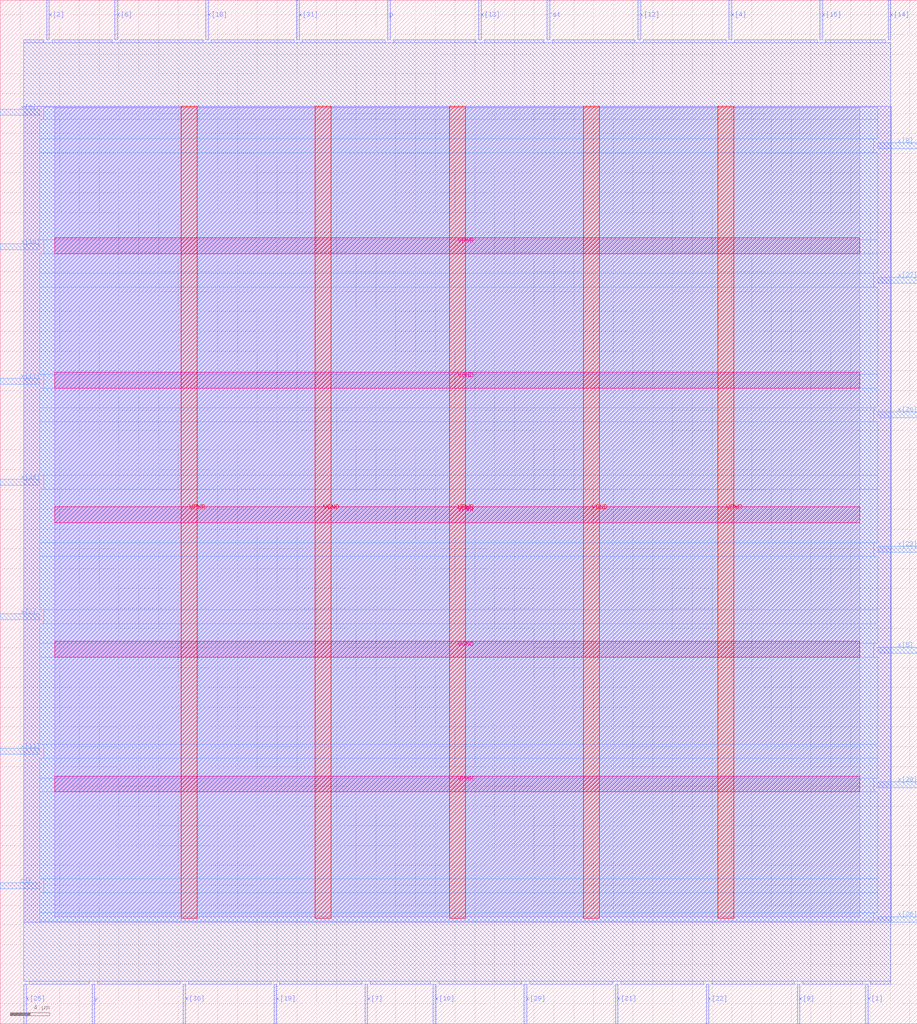
<source format=lef>
VERSION 5.7 ;
  NOWIREEXTENSIONATPIN ON ;
  DIVIDERCHAR "/" ;
  BUSBITCHARS "[]" ;
MACRO spm
  CLASS BLOCK ;
  FOREIGN spm ;
  ORIGIN 0.000 0.000 ;
  SIZE 92.740 BY 103.460 ;
  PIN clk
    DIRECTION INPUT ;
    USE SIGNAL ;
    PORT
      LAYER met3 ;
        RECT 0.000 13.640 4.000 14.240 ;
    END
  END clk
  PIN p
    DIRECTION OUTPUT TRISTATE ;
    USE SIGNAL ;
    PORT
      LAYER met2 ;
        RECT 39.190 99.460 39.470 103.460 ;
    END
  END p
  PIN rst
    DIRECTION INPUT ;
    USE SIGNAL ;
    PORT
      LAYER met2 ;
        RECT 55.290 99.460 55.570 103.460 ;
    END
  END rst
  PIN x[0]
    DIRECTION INPUT ;
    USE SIGNAL ;
    PORT
      LAYER met3 ;
        RECT 0.000 91.840 4.000 92.440 ;
    END
  END x[0]
  PIN x[10]
    DIRECTION INPUT ;
    USE SIGNAL ;
    PORT
      LAYER met2 ;
        RECT 43.790 0.000 44.070 4.000 ;
    END
  END x[10]
  PIN x[11]
    DIRECTION INPUT ;
    USE SIGNAL ;
    PORT
      LAYER met3 ;
        RECT 0.000 27.240 4.000 27.840 ;
    END
  END x[11]
  PIN x[12]
    DIRECTION INPUT ;
    USE SIGNAL ;
    PORT
      LAYER met2 ;
        RECT 64.490 99.460 64.770 103.460 ;
    END
  END x[12]
  PIN x[13]
    DIRECTION INPUT ;
    USE SIGNAL ;
    PORT
      LAYER met2 ;
        RECT 48.390 99.460 48.670 103.460 ;
    END
  END x[13]
  PIN x[14]
    DIRECTION INPUT ;
    USE SIGNAL ;
    PORT
      LAYER met2 ;
        RECT 89.790 99.460 90.070 103.460 ;
    END
  END x[14]
  PIN x[15]
    DIRECTION INPUT ;
    USE SIGNAL ;
    PORT
      LAYER met2 ;
        RECT 82.890 99.460 83.170 103.460 ;
    END
  END x[15]
  PIN x[16]
    DIRECTION INPUT ;
    USE SIGNAL ;
    PORT
      LAYER met3 ;
        RECT 0.000 78.240 4.000 78.840 ;
    END
  END x[16]
  PIN x[17]
    DIRECTION INPUT ;
    USE SIGNAL ;
    PORT
      LAYER met3 ;
        RECT 0.000 64.640 4.000 65.240 ;
    END
  END x[17]
  PIN x[18]
    DIRECTION INPUT ;
    USE SIGNAL ;
    PORT
      LAYER met2 ;
        RECT 20.790 99.460 21.070 103.460 ;
    END
  END x[18]
  PIN x[19]
    DIRECTION INPUT ;
    USE SIGNAL ;
    PORT
      LAYER met2 ;
        RECT 27.690 0.000 27.970 4.000 ;
    END
  END x[19]
  PIN x[1]
    DIRECTION INPUT ;
    USE SIGNAL ;
    PORT
      LAYER met2 ;
        RECT 87.490 0.000 87.770 4.000 ;
    END
  END x[1]
  PIN x[20]
    DIRECTION INPUT ;
    USE SIGNAL ;
    PORT
      LAYER met3 ;
        RECT 88.740 61.240 92.740 61.840 ;
    END
  END x[20]
  PIN x[21]
    DIRECTION INPUT ;
    USE SIGNAL ;
    PORT
      LAYER met2 ;
        RECT 62.190 0.000 62.470 4.000 ;
    END
  END x[21]
  PIN x[22]
    DIRECTION INPUT ;
    USE SIGNAL ;
    PORT
      LAYER met2 ;
        RECT 71.390 0.000 71.670 4.000 ;
    END
  END x[22]
  PIN x[23]
    DIRECTION INPUT ;
    USE SIGNAL ;
    PORT
      LAYER met3 ;
        RECT 88.740 47.640 92.740 48.240 ;
    END
  END x[23]
  PIN x[24]
    DIRECTION INPUT ;
    USE SIGNAL ;
    PORT
      LAYER met3 ;
        RECT 0.000 54.440 4.000 55.040 ;
    END
  END x[24]
  PIN x[25]
    DIRECTION INPUT ;
    USE SIGNAL ;
    PORT
      LAYER met2 ;
        RECT 2.390 0.000 2.670 4.000 ;
    END
  END x[25]
  PIN x[26]
    DIRECTION INPUT ;
    USE SIGNAL ;
    PORT
      LAYER met3 ;
        RECT 88.740 10.240 92.740 10.840 ;
    END
  END x[26]
  PIN x[27]
    DIRECTION INPUT ;
    USE SIGNAL ;
    PORT
      LAYER met3 ;
        RECT 88.740 74.840 92.740 75.440 ;
    END
  END x[27]
  PIN x[28]
    DIRECTION INPUT ;
    USE SIGNAL ;
    PORT
      LAYER met3 ;
        RECT 88.740 23.840 92.740 24.440 ;
    END
  END x[28]
  PIN x[29]
    DIRECTION INPUT ;
    USE SIGNAL ;
    PORT
      LAYER met2 ;
        RECT 52.990 0.000 53.270 4.000 ;
    END
  END x[29]
  PIN x[2]
    DIRECTION INPUT ;
    USE SIGNAL ;
    PORT
      LAYER met2 ;
        RECT 4.690 99.460 4.970 103.460 ;
    END
  END x[2]
  PIN x[30]
    DIRECTION INPUT ;
    USE SIGNAL ;
    PORT
      LAYER met2 ;
        RECT 18.490 0.000 18.770 4.000 ;
    END
  END x[30]
  PIN x[31]
    DIRECTION INPUT ;
    USE SIGNAL ;
    PORT
      LAYER met2 ;
        RECT 29.990 99.460 30.270 103.460 ;
    END
  END x[31]
  PIN x[3]
    DIRECTION INPUT ;
    USE SIGNAL ;
    PORT
      LAYER met3 ;
        RECT 0.000 40.840 4.000 41.440 ;
    END
  END x[3]
  PIN x[4]
    DIRECTION INPUT ;
    USE SIGNAL ;
    PORT
      LAYER met2 ;
        RECT 73.690 99.460 73.970 103.460 ;
    END
  END x[4]
  PIN x[5]
    DIRECTION INPUT ;
    USE SIGNAL ;
    PORT
      LAYER met3 ;
        RECT 88.740 37.440 92.740 38.040 ;
    END
  END x[5]
  PIN x[6]
    DIRECTION INPUT ;
    USE SIGNAL ;
    PORT
      LAYER met2 ;
        RECT 11.590 99.460 11.870 103.460 ;
    END
  END x[6]
  PIN x[7]
    DIRECTION INPUT ;
    USE SIGNAL ;
    PORT
      LAYER met2 ;
        RECT 36.890 0.000 37.170 4.000 ;
    END
  END x[7]
  PIN x[8]
    DIRECTION INPUT ;
    USE SIGNAL ;
    PORT
      LAYER met3 ;
        RECT 88.740 88.440 92.740 89.040 ;
    END
  END x[8]
  PIN x[9]
    DIRECTION INPUT ;
    USE SIGNAL ;
    PORT
      LAYER met2 ;
        RECT 80.590 0.000 80.870 4.000 ;
    END
  END x[9]
  PIN y
    DIRECTION INPUT ;
    USE SIGNAL ;
    PORT
      LAYER met2 ;
        RECT 9.290 0.000 9.570 4.000 ;
    END
  END y
  PIN VPWR
    DIRECTION INOUT ;
    USE POWER ;
    PORT
      LAYER met4 ;
        RECT 72.570 10.640 74.170 92.720 ;
    END
  END VPWR
  PIN VPWR
    DIRECTION INOUT ;
    USE POWER ;
    PORT
      LAYER met4 ;
        RECT 45.430 10.640 47.030 92.720 ;
    END
  END VPWR
  PIN VPWR
    DIRECTION INOUT ;
    USE POWER ;
    PORT
      LAYER met4 ;
        RECT 18.290 10.640 19.890 92.720 ;
    END
  END VPWR
  PIN VPWR
    DIRECTION INOUT ;
    USE POWER ;
    PORT
      LAYER met5 ;
        RECT 5.520 77.840 86.940 79.440 ;
    END
  END VPWR
  PIN VPWR
    DIRECTION INOUT ;
    USE POWER ;
    PORT
      LAYER met5 ;
        RECT 5.520 50.640 86.940 52.240 ;
    END
  END VPWR
  PIN VPWR
    DIRECTION INOUT ;
    USE POWER ;
    PORT
      LAYER met5 ;
        RECT 5.520 23.440 86.940 25.040 ;
    END
  END VPWR
  PIN VGND
    DIRECTION INOUT ;
    USE GROUND ;
    PORT
      LAYER met4 ;
        RECT 59.000 10.640 60.600 92.720 ;
    END
  END VGND
  PIN VGND
    DIRECTION INOUT ;
    USE GROUND ;
    PORT
      LAYER met4 ;
        RECT 31.860 10.640 33.460 92.720 ;
    END
  END VGND
  PIN VGND
    DIRECTION INOUT ;
    USE GROUND ;
    PORT
      LAYER met5 ;
        RECT 5.520 64.240 86.940 65.840 ;
    END
  END VGND
  PIN VGND
    DIRECTION INOUT ;
    USE GROUND ;
    PORT
      LAYER met5 ;
        RECT 5.520 37.040 86.940 38.640 ;
    END
  END VGND
  OBS
      LAYER li1 ;
        RECT 5.520 10.795 86.940 92.565 ;
      LAYER met1 ;
        RECT 2.370 10.240 90.090 92.720 ;
      LAYER met2 ;
        RECT 2.400 99.180 4.410 99.460 ;
        RECT 5.250 99.180 11.310 99.460 ;
        RECT 12.150 99.180 20.510 99.460 ;
        RECT 21.350 99.180 29.710 99.460 ;
        RECT 30.550 99.180 38.910 99.460 ;
        RECT 39.750 99.180 48.110 99.460 ;
        RECT 48.950 99.180 55.010 99.460 ;
        RECT 55.850 99.180 64.210 99.460 ;
        RECT 65.050 99.180 73.410 99.460 ;
        RECT 74.250 99.180 82.610 99.460 ;
        RECT 83.450 99.180 89.510 99.460 ;
        RECT 2.400 4.280 90.060 99.180 ;
        RECT 2.950 4.000 9.010 4.280 ;
        RECT 9.850 4.000 18.210 4.280 ;
        RECT 19.050 4.000 27.410 4.280 ;
        RECT 28.250 4.000 36.610 4.280 ;
        RECT 37.450 4.000 43.510 4.280 ;
        RECT 44.350 4.000 52.710 4.280 ;
        RECT 53.550 4.000 61.910 4.280 ;
        RECT 62.750 4.000 71.110 4.280 ;
        RECT 71.950 4.000 80.310 4.280 ;
        RECT 81.150 4.000 87.210 4.280 ;
        RECT 88.050 4.000 90.060 4.280 ;
      LAYER met3 ;
        RECT 4.400 91.440 88.740 92.645 ;
        RECT 4.000 89.440 88.740 91.440 ;
        RECT 4.000 88.040 88.340 89.440 ;
        RECT 4.000 79.240 88.740 88.040 ;
        RECT 4.400 77.840 88.740 79.240 ;
        RECT 4.000 75.840 88.740 77.840 ;
        RECT 4.000 74.440 88.340 75.840 ;
        RECT 4.000 65.640 88.740 74.440 ;
        RECT 4.400 64.240 88.740 65.640 ;
        RECT 4.000 62.240 88.740 64.240 ;
        RECT 4.000 60.840 88.340 62.240 ;
        RECT 4.000 55.440 88.740 60.840 ;
        RECT 4.400 54.040 88.740 55.440 ;
        RECT 4.000 48.640 88.740 54.040 ;
        RECT 4.000 47.240 88.340 48.640 ;
        RECT 4.000 41.840 88.740 47.240 ;
        RECT 4.400 40.440 88.740 41.840 ;
        RECT 4.000 38.440 88.740 40.440 ;
        RECT 4.000 37.040 88.340 38.440 ;
        RECT 4.000 28.240 88.740 37.040 ;
        RECT 4.400 26.840 88.740 28.240 ;
        RECT 4.000 24.840 88.740 26.840 ;
        RECT 4.000 23.440 88.340 24.840 ;
        RECT 4.000 14.640 88.740 23.440 ;
        RECT 4.400 13.240 88.740 14.640 ;
        RECT 4.000 11.240 88.740 13.240 ;
        RECT 4.000 10.375 88.340 11.240 ;
  END
END spm
END LIBRARY


</source>
